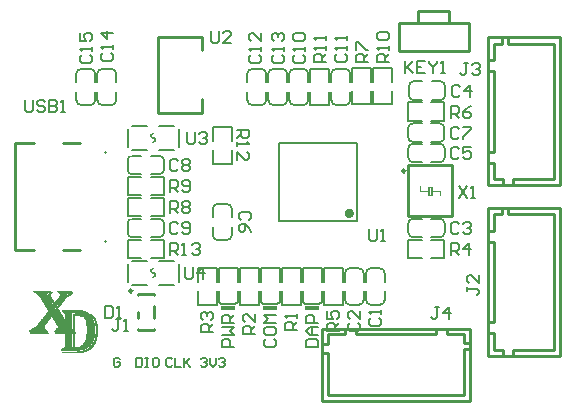
<source format=gto>
G04*
G04 #@! TF.GenerationSoftware,Altium Limited,Altium Designer,21.2.2 (38)*
G04*
G04 Layer_Color=65535*
%FSLAX25Y25*%
%MOIN*%
G70*
G04*
G04 #@! TF.SameCoordinates,90EED6A2-F189-4C83-9C70-3762F5BC3ACE*
G04*
G04*
G04 #@! TF.FilePolarity,Positive*
G04*
G01*
G75*
%ADD10C,0.01000*%
%ADD11C,0.00787*%
%ADD12C,0.00598*%
%ADD13C,0.01575*%
%ADD14C,0.00100*%
%ADD15C,0.00120*%
%ADD16C,0.00600*%
%ADD17C,0.00866*%
%ADD18C,0.00394*%
%ADD19C,0.00800*%
%ADD20R,0.04724X0.01181*%
D10*
X38000Y27500D02*
G03*
X38000Y27500I-500J0D01*
G01*
X129000Y67500D02*
G03*
X129000Y67500I-500J0D01*
G01*
X101316Y14988D02*
X150489D01*
X150528Y-9067D02*
Y14949D01*
X101315Y-9067D02*
Y14949D01*
Y-9067D02*
X150528D01*
X148464Y8300D02*
X150434D01*
X148464Y-7100D02*
Y8300D01*
X103184Y-7100D02*
X148464D01*
X103184D02*
Y6680D01*
X101355Y6681D02*
X103184Y6680D01*
Y13080D02*
X108754D01*
Y14850D01*
X148464Y10300D02*
X150434D01*
X148464D02*
Y13080D01*
X142904D02*
X148464D01*
X129764Y13079D02*
X129935Y13083D01*
X112441D02*
X129935D01*
X112441D02*
Y14854D01*
X142890Y13081D02*
Y14848D01*
X139209Y13079D02*
Y14850D01*
X129935Y13079D02*
X139209D01*
X101316Y9949D02*
X103184Y9950D01*
Y13080D01*
X39744Y26602D02*
X45256D01*
X39744Y14398D02*
X45256D01*
Y26110D02*
Y26602D01*
Y18630D02*
Y22370D01*
Y14398D02*
Y14890D01*
X39744Y26307D02*
Y26602D01*
Y18630D02*
Y20598D01*
Y14398D02*
Y14890D01*
X156512Y5973D02*
Y55146D01*
X156551Y55185D02*
X180567D01*
X156551Y5973D02*
X180567D01*
X180567D02*
Y55185D01*
X163200Y53121D02*
Y55091D01*
Y53121D02*
X178600D01*
Y7841D02*
Y53121D01*
X164820Y7841D02*
X178600D01*
X164819Y6012D02*
X164820Y7841D01*
X158420D02*
Y13411D01*
X156650D02*
X158420D01*
X161200Y53121D02*
Y55091D01*
X158420Y53121D02*
X161200D01*
X158420Y47561D02*
Y53121D01*
X158416Y34592D02*
X158421Y34421D01*
X158416Y17098D02*
Y34592D01*
X156646Y17098D02*
X158416D01*
X156652Y47547D02*
X158419D01*
X156650Y43866D02*
X158421D01*
Y34591D02*
Y43866D01*
X161550Y7841D02*
X161551Y5973D01*
X158420Y7841D02*
X161550D01*
X156512Y62816D02*
Y111989D01*
X156551Y112028D02*
X180567D01*
X156551Y62815D02*
X180567D01*
X180567D02*
Y112028D01*
X163200Y109964D02*
Y111934D01*
Y109964D02*
X178600D01*
Y64684D02*
Y109964D01*
X164820Y64684D02*
X178600D01*
X164819Y62855D02*
X164820Y64684D01*
X158420D02*
Y70254D01*
X156650D02*
X158420D01*
X161200Y109964D02*
Y111934D01*
X158420Y109964D02*
X161200D01*
X158420Y104404D02*
Y109964D01*
X158416Y91435D02*
X158421Y91264D01*
X158416Y73941D02*
Y91435D01*
X156646Y73941D02*
X158416D01*
X156652Y104390D02*
X158419D01*
X156650Y100709D02*
X158421D01*
Y91435D02*
Y100709D01*
X161550Y64684D02*
X161551Y62816D01*
X158420Y64684D02*
X161550D01*
X46421Y112098D02*
X61382D01*
X46421Y86902D02*
X61382D01*
Y91331D01*
Y107669D02*
Y112098D01*
X46421Y86902D02*
Y112098D01*
X143618Y116799D02*
Y120736D01*
X126800Y116799D02*
X150211D01*
X133382D02*
Y120736D01*
X143618D01*
X126800Y107449D02*
Y116799D01*
X150211Y107449D02*
Y116799D01*
X126800Y107449D02*
X150211D01*
X-1029Y41284D02*
Y76717D01*
X5344D01*
X15038D02*
X20698D01*
X-1029Y41284D02*
X5344D01*
X15038D02*
X20698D01*
X29000Y44083D02*
Y44311D01*
Y73690D02*
Y73917D01*
D11*
X64890Y46031D02*
G03*
X66465Y44457I1575J0D01*
G01*
X69535D02*
G03*
X71110Y46031I0J1575D01*
G01*
X71110Y54969D02*
G03*
X69535Y56543I-1575J-0D01*
G01*
X66465Y56543D02*
G03*
X64890Y54969I0J-1575D01*
G01*
X89610Y99968D02*
G03*
X88035Y101543I-1575J-0D01*
G01*
X84965D02*
G03*
X83390Y99968I0J-1575D01*
G01*
X83390Y91031D02*
G03*
X84965Y89457I1575J0D01*
G01*
X88035Y89457D02*
G03*
X89610Y91031I0J1575D01*
G01*
X82610Y99968D02*
G03*
X81035Y101543I-1575J-0D01*
G01*
X77965D02*
G03*
X76390Y99968I0J-1575D01*
G01*
X76390Y91031D02*
G03*
X77965Y89457I1575J0D01*
G01*
X81035Y89457D02*
G03*
X82610Y91031I0J1575D01*
G01*
X32610Y99968D02*
G03*
X31035Y101543I-1575J-0D01*
G01*
X27965D02*
G03*
X26390Y99968I0J-1575D01*
G01*
X26390Y91031D02*
G03*
X27965Y89457I1575J0D01*
G01*
X31035Y89457D02*
G03*
X32610Y91031I0J1575D01*
G01*
X25610Y99968D02*
G03*
X24035Y101543I-1575J-0D01*
G01*
X20965D02*
G03*
X19390Y99968I0J-1575D01*
G01*
X19390Y91031D02*
G03*
X20965Y89457I1575J0D01*
G01*
X24035Y89457D02*
G03*
X25610Y91031I0J1575D01*
G01*
X115110Y33468D02*
G03*
X113535Y35043I-1575J-0D01*
G01*
X110465D02*
G03*
X108890Y33468I0J-1575D01*
G01*
X108890Y24532D02*
G03*
X110465Y22957I1575J0D01*
G01*
X113535Y22957D02*
G03*
X115110Y24532I0J1575D01*
G01*
X38032Y51610D02*
G03*
X36457Y50035I0J-1575D01*
G01*
Y46965D02*
G03*
X38032Y45390I1575J-0D01*
G01*
X46968Y45390D02*
G03*
X48543Y46965I-0J1575D01*
G01*
X48543Y50035D02*
G03*
X46968Y51610I-1575J0D01*
G01*
X38032Y72610D02*
G03*
X36457Y71035I0J-1575D01*
G01*
Y67965D02*
G03*
X38032Y66390I1575J-0D01*
G01*
X46968Y66390D02*
G03*
X48543Y67965I-0J1575D01*
G01*
X48543Y71035D02*
G03*
X46968Y72610I-1575J0D01*
G01*
X96610Y99968D02*
G03*
X95035Y101543I-1575J-0D01*
G01*
X91965D02*
G03*
X90390Y99968I0J-1575D01*
G01*
X90390Y91031D02*
G03*
X91965Y89457I1575J0D01*
G01*
X95035Y89457D02*
G03*
X96610Y91031I0J1575D01*
G01*
X110610Y99968D02*
G03*
X109035Y101543I-1575J-0D01*
G01*
X105965D02*
G03*
X104390Y99968I0J-1575D01*
G01*
X104390Y91031D02*
G03*
X105965Y89457I1575J0D01*
G01*
X109035Y89457D02*
G03*
X110610Y91031I0J1575D01*
G01*
X140469Y77140D02*
G03*
X142043Y78715I-0J1575D01*
G01*
Y81785D02*
G03*
X140469Y83360I-1575J0D01*
G01*
X131532Y83360D02*
G03*
X129957Y81785I0J-1575D01*
G01*
X129957Y78715D02*
G03*
X131532Y77140I1575J0D01*
G01*
X131781Y97360D02*
G03*
X130207Y95785I0J-1575D01*
G01*
Y92715D02*
G03*
X131781Y91140I1575J0D01*
G01*
X140718Y91140D02*
G03*
X142293Y92715I-0J1575D01*
G01*
X142293Y95785D02*
G03*
X140718Y97360I-1575J0D01*
G01*
X140512Y45422D02*
G03*
X142087Y46996I-0J1575D01*
G01*
Y50067D02*
G03*
X140512Y51642I-1575J0D01*
G01*
X131575Y51642D02*
G03*
X130000Y50067I0J-1575D01*
G01*
X130000Y46997D02*
G03*
X131575Y45422I1575J0D01*
G01*
X140512Y70422D02*
G03*
X142087Y71996I-0J1575D01*
G01*
Y75067D02*
G03*
X140512Y76642I-1575J0D01*
G01*
X131575Y76642D02*
G03*
X130000Y75067I0J-1575D01*
G01*
X130000Y71996D02*
G03*
X131575Y70422I1575J0D01*
G01*
X122110Y33468D02*
G03*
X120535Y35043I-1575J-0D01*
G01*
X117465D02*
G03*
X115890Y33468I0J-1575D01*
G01*
X115890Y24532D02*
G03*
X117465Y22957I1575J0D01*
G01*
X120535Y22957D02*
G03*
X122110Y24532I0J1575D01*
G01*
X44075Y38390D02*
X48543D01*
X36457D02*
X40925D01*
X44075Y44610D02*
X48543D01*
X36457Y38390D02*
Y44610D01*
X48543Y38390D02*
Y44610D01*
X36457D02*
X40925D01*
X71110Y46031D02*
Y48925D01*
X71110Y52075D02*
Y54969D01*
X64890Y52075D02*
Y54969D01*
X66465Y44457D02*
X69535D01*
X66465Y56543D02*
X69535D01*
X64890Y46031D02*
Y48925D01*
X83390Y97075D02*
Y99968D01*
X83390Y91031D02*
Y93925D01*
X89610Y91031D02*
Y93925D01*
X84965Y101543D02*
X88035D01*
X84965Y89457D02*
X88035D01*
X89610Y97075D02*
Y99968D01*
X76390Y97075D02*
Y99968D01*
X76390Y91031D02*
Y93925D01*
X82610Y91031D02*
Y93925D01*
X77965Y101543D02*
X81035D01*
X77965Y89457D02*
X81035D01*
X82610Y97075D02*
Y99968D01*
X26390Y97075D02*
Y99968D01*
X26390Y91031D02*
Y93925D01*
X32610Y91031D02*
Y93925D01*
X27965Y101543D02*
X31035D01*
X27965Y89457D02*
X31035D01*
X32610Y97075D02*
Y99968D01*
X19390Y97075D02*
Y99968D01*
X19390Y91031D02*
Y93925D01*
X25610Y91031D02*
Y93925D01*
X20965Y101543D02*
X24035D01*
X20965Y89457D02*
X24035D01*
X25610Y97075D02*
Y99968D01*
X101110Y30575D02*
Y35043D01*
Y23882D02*
Y27425D01*
X94890Y30575D02*
Y35043D01*
X95650Y23095D02*
X100350D01*
X94890Y35043D02*
X101110D01*
X94890Y23882D02*
Y27425D01*
Y23882D02*
X95650Y23095D01*
X100350D02*
X101110Y23882D01*
X87110Y30575D02*
Y35043D01*
Y23882D02*
Y27425D01*
X80890Y30575D02*
Y35043D01*
X81650Y23095D02*
X86350D01*
X80890Y35043D02*
X87110D01*
X80890Y23882D02*
Y27425D01*
Y23882D02*
X81650Y23095D01*
X86350D02*
X87110Y23882D01*
X73110Y30575D02*
Y35043D01*
Y23882D02*
Y27425D01*
X66890Y30575D02*
Y35043D01*
X67650Y23095D02*
X72350D01*
X66890Y35043D02*
X73110D01*
X66890Y23882D02*
Y27425D01*
Y23882D02*
X67650Y23095D01*
X72350D02*
X73110Y23882D01*
X94110Y30575D02*
Y35043D01*
Y22957D02*
Y27425D01*
X87890Y30575D02*
Y35043D01*
Y22957D02*
X94110D01*
X87890Y35043D02*
X94110D01*
X87890Y22957D02*
Y27425D01*
X80110Y30575D02*
Y35043D01*
Y22957D02*
Y27425D01*
X73890Y30575D02*
Y35043D01*
Y22957D02*
X80110D01*
X73890Y35043D02*
X80110D01*
X73890Y22957D02*
Y27425D01*
X59890Y22957D02*
Y27425D01*
Y30575D02*
Y35043D01*
X66110Y22957D02*
Y27425D01*
X59890Y35043D02*
X66110D01*
X59890Y22957D02*
X66110D01*
Y30575D02*
Y35043D01*
X101890Y22957D02*
Y27425D01*
Y30575D02*
Y35043D01*
X108110Y22957D02*
Y27425D01*
X101890Y35043D02*
X108110D01*
X101890Y22957D02*
X108110D01*
Y30575D02*
Y35043D01*
X108890Y30575D02*
Y33468D01*
X108890Y24532D02*
Y27425D01*
X115110Y24532D02*
Y27425D01*
X110465Y35043D02*
X113535D01*
X110465Y22957D02*
X113535D01*
X115110Y30575D02*
Y33468D01*
X38032Y45390D02*
X40925D01*
X44075Y45390D02*
X46968D01*
X44075Y51610D02*
X46968D01*
X36457Y46965D02*
Y50035D01*
X48543Y46965D02*
Y50035D01*
X38032Y51610D02*
X40925D01*
X38032Y66390D02*
X40925D01*
X44075Y66390D02*
X46968D01*
X44075Y72610D02*
X46968D01*
X36457Y67965D02*
Y71035D01*
X48543Y67965D02*
Y71035D01*
X38032Y72610D02*
X40925D01*
X36457Y65610D02*
X40925D01*
X44075D02*
X48543D01*
X36457Y59390D02*
X40925D01*
X48543D02*
Y65610D01*
X36457Y59390D02*
Y65610D01*
X44075Y59390D02*
X48543D01*
X36457Y58610D02*
X40925D01*
X44075D02*
X48543D01*
X36457Y52390D02*
X40925D01*
X48543D02*
Y58610D01*
X36457Y52390D02*
Y58610D01*
X44075Y52390D02*
X48543D01*
X64890Y69957D02*
Y74425D01*
Y77575D02*
Y82043D01*
X71110Y69957D02*
Y74425D01*
X64890Y82043D02*
X71110D01*
X64890Y69957D02*
X71110D01*
Y77575D02*
Y82043D01*
X90390Y97075D02*
Y99968D01*
X90390Y91031D02*
Y93925D01*
X96610Y91031D02*
Y93925D01*
X91965Y101543D02*
X95035D01*
X91965Y89457D02*
X95035D01*
X96610Y97075D02*
Y99968D01*
X103610Y97075D02*
Y101543D01*
Y89457D02*
Y93925D01*
X97390Y97075D02*
Y101543D01*
Y89457D02*
X103610D01*
X97390Y101543D02*
X103610D01*
X97390Y89457D02*
Y93925D01*
X104390Y97075D02*
Y99968D01*
X104390Y91031D02*
Y93925D01*
X110610Y91031D02*
Y93925D01*
X105965Y101543D02*
X109035D01*
X105965Y89457D02*
X109035D01*
X110610Y97075D02*
Y99968D01*
X117610Y97325D02*
Y101793D01*
Y89707D02*
Y94175D01*
X111390Y97325D02*
Y101793D01*
Y89707D02*
X117610D01*
X111390Y101793D02*
X117610D01*
X111390Y89707D02*
Y94175D01*
X118390Y89707D02*
Y94175D01*
Y97325D02*
Y101793D01*
X124610Y89707D02*
Y94175D01*
X118390Y101793D02*
X124610D01*
X118390Y89707D02*
X124610D01*
Y97325D02*
Y101793D01*
X137575Y84140D02*
X142043D01*
X129957D02*
X134425D01*
X137575Y90360D02*
X142043D01*
X129957Y84140D02*
Y90360D01*
X142043Y84140D02*
Y90360D01*
X129957D02*
X134425D01*
X137575Y83360D02*
X140469D01*
X131532Y83360D02*
X134425D01*
X131532Y77140D02*
X134425D01*
X142043Y78715D02*
Y81785D01*
X129957Y78715D02*
Y81785D01*
X137575Y77140D02*
X140469D01*
X131781Y91140D02*
X134675D01*
X137825Y91140D02*
X140718D01*
X137825Y97360D02*
X140718D01*
X130207Y92715D02*
Y95785D01*
X142293Y92715D02*
Y95785D01*
X131781Y97360D02*
X134675D01*
X137618Y51642D02*
X140512D01*
X131575Y51642D02*
X134468D01*
X131575Y45422D02*
X134468D01*
X142087Y46997D02*
Y50067D01*
X130000Y46997D02*
Y50067D01*
X137618Y45422D02*
X140512D01*
X137618Y76642D02*
X140512D01*
X131575Y76642D02*
X134468D01*
X131575Y70422D02*
X134468D01*
X142087Y71996D02*
Y75067D01*
X130000Y71996D02*
Y75067D01*
X137618Y70422D02*
X140512D01*
X129957Y44610D02*
X134425D01*
X137575D02*
X142043D01*
X129957Y38390D02*
X134425D01*
X142043D02*
Y44610D01*
X129957Y38390D02*
Y44610D01*
X137575Y38390D02*
X142043D01*
X115890Y30575D02*
Y33468D01*
X115890Y24532D02*
Y27425D01*
X122110Y24532D02*
Y27425D01*
X117465Y35043D02*
X120535D01*
X117465Y22957D02*
X120535D01*
X122110Y30575D02*
Y33468D01*
X86866Y52368D02*
Y76768D01*
X113066D01*
Y50668D02*
Y76768D01*
X86866Y50668D02*
X113066D01*
X86866D02*
Y53668D01*
D12*
X45000Y32000D02*
G03*
X45000Y33500I0J750D01*
G01*
Y35000D02*
G03*
X45000Y33500I0J-750D01*
G01*
Y77000D02*
G03*
X45000Y78500I0J750D01*
G01*
Y80000D02*
G03*
X45000Y78500I0J-750D01*
G01*
X36500Y30500D02*
Y36500D01*
X53500Y30500D02*
Y36500D01*
X36500Y75500D02*
Y81500D01*
X53500Y75500D02*
Y81500D01*
D13*
X109583Y53370D02*
G03*
X109583Y53380I787J5D01*
G01*
D14*
X22624Y12095D02*
X25024D01*
X25624D02*
X26024D01*
X22624Y11995D02*
X25024D01*
X25624D02*
X26024D01*
X22524Y11895D02*
X25024D01*
X25524D02*
X25924D01*
X22524Y11795D02*
X24924D01*
X25524D02*
X25924D01*
X22524Y11695D02*
X24924D01*
X25524D02*
X25924D01*
X22424Y11595D02*
X24924D01*
X25524D02*
X25924D01*
X22424Y11495D02*
X24824D01*
X25424D02*
X25824D01*
X22424Y11395D02*
X24824D01*
X25424D02*
X25824D01*
X22324Y11295D02*
X24824D01*
X25424D02*
X25824D01*
X22324Y11195D02*
X24724D01*
X25324D02*
X25724D01*
X22324Y11095D02*
X24724D01*
X25324D02*
X25724D01*
X22224Y10995D02*
X24624D01*
X25224D02*
X25724D01*
X22224Y10895D02*
X24624D01*
X25224D02*
X25624D01*
X25224Y10795D02*
X25624D01*
X25124Y10695D02*
X25624D01*
X25124Y10595D02*
X25524D01*
X25024Y10495D02*
X25524D01*
X25024Y10395D02*
X25424D01*
X24924Y10295D02*
X25424D01*
X24924Y10195D02*
X25324D01*
X24824Y10095D02*
X25324D01*
X24724Y9995D02*
X25224D01*
X24724Y9895D02*
X25224D01*
X24624Y9795D02*
X25124D01*
X24524Y9695D02*
X25124D01*
X24524Y9595D02*
X25024D01*
X24424Y9495D02*
X24924D01*
X24324Y9395D02*
X24924D01*
X24224Y9295D02*
X24824D01*
X24124Y9195D02*
X24724D01*
X24024Y9095D02*
X24624D01*
X23924Y8995D02*
X24524D01*
X23824Y8895D02*
X24424D01*
X23724Y8795D02*
X24324D01*
X23624Y8695D02*
X24224D01*
X23524Y8595D02*
X24224D01*
X23324Y8495D02*
X24124D01*
X23224Y8395D02*
X23924D01*
X23024Y8295D02*
X23824D01*
X22824Y8195D02*
X23724D01*
X22624Y8095D02*
X23524D01*
X22424Y7995D02*
X23424D01*
X22224Y7895D02*
X23224D01*
X23924Y19895D02*
X24124D01*
X23924Y19795D02*
X24224D01*
X24024Y19695D02*
X24324D01*
X24124Y19595D02*
X24424D01*
X24224Y19495D02*
X24624D01*
X24324Y19395D02*
X24724D01*
X24424Y19295D02*
X24824D01*
X24524Y19195D02*
X24924D01*
X24524Y19095D02*
X24924D01*
X24624Y18995D02*
X25024D01*
X24724Y18895D02*
X25124D01*
X24824Y18795D02*
X25224D01*
X24824Y18695D02*
X25224D01*
X24924Y18595D02*
X25324D01*
X25024Y18495D02*
X25424D01*
X25024Y18395D02*
X25424D01*
X22224Y18295D02*
X24624D01*
X25124D02*
X25524D01*
X22224Y18195D02*
X24624D01*
X25124D02*
X25524D01*
X22324Y18095D02*
X24724D01*
X25224D02*
X25624D01*
X22324Y17995D02*
X24724D01*
X25224D02*
X25624D01*
X22424Y17895D02*
X24724D01*
X25324D02*
X25624D01*
X22424Y17795D02*
X24824D01*
X25324D02*
X25724D01*
X22424Y17695D02*
X24824D01*
X25324D02*
X25724D01*
X22524Y17595D02*
X24924D01*
X25424D02*
X25824D01*
X22524Y17495D02*
X24924D01*
X25424D02*
X25824D01*
X22524Y17395D02*
X24924D01*
X25524D02*
X25824D01*
X22624Y17295D02*
X25024D01*
X25524D02*
X25924D01*
X22624Y17195D02*
X25024D01*
X25524D02*
X25924D01*
X22624Y17095D02*
X25024D01*
X25524D02*
X25924D01*
X22624Y16995D02*
X25024D01*
X25624D02*
X26024D01*
X22724Y16895D02*
X25124D01*
X25624D02*
X26024D01*
X22724Y16795D02*
X25124D01*
X25624D02*
X26024D01*
X22724Y16695D02*
X25124D01*
X25624D02*
X26024D01*
X22724Y16595D02*
X25124D01*
X25724D02*
X26024D01*
X22724Y16495D02*
X25124D01*
X25724D02*
X26024D01*
X22724Y16395D02*
X25124D01*
X25724D02*
X26124D01*
X22724Y16295D02*
X25224D01*
X25724D02*
X26124D01*
X22824Y16195D02*
X25224D01*
X25724D02*
X26124D01*
X22824Y16095D02*
X25224D01*
X25724D02*
X26124D01*
X22824Y15995D02*
X25224D01*
X25824D02*
X26124D01*
X22824Y15895D02*
X25224D01*
X25824D02*
X26124D01*
X22824Y15795D02*
X25224D01*
X25824D02*
X26124D01*
X22824Y15695D02*
X25224D01*
X25824D02*
X26224D01*
X22824Y15595D02*
X25224D01*
X25824D02*
X26224D01*
X22824Y15495D02*
X25324D01*
X25824D02*
X26224D01*
X22824Y15395D02*
X25324D01*
X25824D02*
X26224D01*
X22824Y15295D02*
X25324D01*
X25824D02*
X26224D01*
X22824Y15195D02*
X25324D01*
X25824D02*
X26224D01*
X22824Y15095D02*
X25324D01*
X25824D02*
X26224D01*
X22824Y14995D02*
X25324D01*
X25824D02*
X26224D01*
X22824Y14895D02*
X25324D01*
X25824D02*
X26224D01*
X22824Y14795D02*
X25324D01*
X25824D02*
X26224D01*
X22824Y14695D02*
X25324D01*
X25824D02*
X26224D01*
X22824Y14595D02*
X25324D01*
X25824D02*
X26224D01*
X22824Y14495D02*
X25324D01*
X25824D02*
X26224D01*
X22824Y14395D02*
X25324D01*
X25824D02*
X26224D01*
X22824Y14295D02*
X25324D01*
X25824D02*
X26224D01*
X22824Y14195D02*
X25324D01*
X25824D02*
X26224D01*
X22824Y14095D02*
X25324D01*
X25824D02*
X26224D01*
X22824Y13995D02*
X25324D01*
X25824D02*
X26224D01*
X22824Y13895D02*
X25324D01*
X25824D02*
X26224D01*
X22824Y13795D02*
X25224D01*
X25824D02*
X26224D01*
X22824Y13695D02*
X25224D01*
X25824D02*
X26224D01*
X22824Y13595D02*
X25224D01*
X25824D02*
X26224D01*
X22824Y13495D02*
X25224D01*
X25824D02*
X26224D01*
X22824Y13395D02*
X25224D01*
X25824D02*
X26224D01*
X22824Y13295D02*
X25224D01*
X25824D02*
X26124D01*
X22824Y13195D02*
X25224D01*
X25824D02*
X26124D01*
X22724Y13095D02*
X25224D01*
X25824D02*
X26124D01*
X22724Y12995D02*
X25224D01*
X25724D02*
X26124D01*
X22724Y12895D02*
X25124D01*
X25724D02*
X26124D01*
X22724Y12795D02*
X25124D01*
X25724D02*
X26124D01*
X22724Y12695D02*
X25124D01*
X25724D02*
X26124D01*
X22724Y12595D02*
X25124D01*
X25724D02*
X26124D01*
X22724Y12495D02*
X25124D01*
X25724D02*
X26024D01*
X22724Y12395D02*
X25124D01*
X25624D02*
X26024D01*
X22624Y12295D02*
X25124D01*
X25624D02*
X26024D01*
X15624Y12095D02*
X17724D01*
X18224D02*
X18524D01*
X15624Y11995D02*
X17724D01*
X18224D02*
X18524D01*
X15624Y11895D02*
X17724D01*
X18224D02*
X18524D01*
X15624Y11795D02*
X17724D01*
X18224D02*
X18524D01*
X15624Y11695D02*
X17724D01*
X18224D02*
X18524D01*
X15624Y11595D02*
X17724D01*
X18224D02*
X18524D01*
X15624Y11495D02*
X17724D01*
X18224D02*
X18524D01*
X15624Y11395D02*
X17724D01*
X18224D02*
X18524D01*
X15624Y11295D02*
X17724D01*
X18224D02*
X18524D01*
X15624Y11195D02*
X17724D01*
X18224D02*
X18524D01*
X15624Y11095D02*
X17724D01*
X18224D02*
X18524D01*
X15624Y10995D02*
X17724D01*
X18224D02*
X18524D01*
X15624Y10895D02*
X17724D01*
X18224D02*
X18524D01*
X15624Y10795D02*
X17724D01*
X18224D02*
X18524D01*
X15624Y10695D02*
X17724D01*
X18224D02*
X18524D01*
X15624Y10595D02*
X17724D01*
X18224D02*
X18524D01*
X15624Y10495D02*
X17724D01*
X18224D02*
X18524D01*
X15624Y10395D02*
X17724D01*
X18224D02*
X18524D01*
X15624Y10295D02*
X17724D01*
X18224D02*
X18524D01*
X15624Y10195D02*
X17724D01*
X18224D02*
X18524D01*
X15624Y10095D02*
X17724D01*
X18224D02*
X18524D01*
X15624Y9995D02*
X17724D01*
X18224D02*
X18524D01*
X15624Y9895D02*
X17724D01*
X18224D02*
X18524D01*
X15624Y9795D02*
X17724D01*
X18224D02*
X18524D01*
X15624Y9695D02*
X17724D01*
X18224D02*
X18524D01*
X15624Y9595D02*
X17724D01*
X18224D02*
X18524D01*
X15624Y9495D02*
X17724D01*
X18224D02*
X18524D01*
X15624Y9395D02*
X17724D01*
X18224D02*
X18524D01*
X15624Y9295D02*
X17724D01*
X18224D02*
X18524D01*
X15624Y9195D02*
X17724D01*
X18224D02*
X18524D01*
X15624Y9095D02*
X17724D01*
X18224D02*
X18524D01*
X15524Y8995D02*
X17724D01*
X18224D02*
X18524D01*
X15424Y8895D02*
X17724D01*
X18224D02*
X18524D01*
X15324Y8795D02*
X17724D01*
X18224D02*
X18524D01*
X14624Y8295D02*
X21924D01*
X14524Y8195D02*
X21724D01*
X14324Y8095D02*
X21424D01*
X14224Y7995D02*
X20924D01*
X19724Y7395D02*
X22024D01*
X14624Y7295D02*
X21624D01*
X14624Y7195D02*
X21224D01*
X14724Y7095D02*
X20724D01*
X14824Y6995D02*
X19524D01*
X15424Y20095D02*
X17724D01*
X15524Y19995D02*
X17724D01*
X15624Y19895D02*
X17724D01*
X15624Y19795D02*
X17724D01*
X18724D02*
X19924D01*
X15624Y19695D02*
X17724D01*
X18224D02*
X20424D01*
X15624Y19595D02*
X17724D01*
X18224D02*
X20724D01*
X15624Y19495D02*
X17724D01*
X18224D02*
X21024D01*
X15624Y19395D02*
X17724D01*
X18224D02*
X18624D01*
X19924D02*
X21124D01*
X15624Y19295D02*
X17724D01*
X18224D02*
X18524D01*
X20424D02*
X21324D01*
X15624Y19195D02*
X17724D01*
X18224D02*
X18524D01*
X20824D02*
X21424D01*
X15624Y19095D02*
X17724D01*
X18224D02*
X18524D01*
X21024D02*
X21524D01*
X15624Y18995D02*
X17724D01*
X18224D02*
X18524D01*
X21324D02*
X21624D01*
X14224Y18895D02*
X14724D01*
X15624D02*
X17724D01*
X18224D02*
X18524D01*
X14324Y18795D02*
X14824D01*
X15624D02*
X17724D01*
X18224D02*
X18524D01*
X14324Y18695D02*
X14824D01*
X15624D02*
X17724D01*
X18224D02*
X18524D01*
X14424Y18595D02*
X14924D01*
X15624D02*
X17724D01*
X18224D02*
X18524D01*
X14524Y18495D02*
X15024D01*
X15624D02*
X17724D01*
X18224D02*
X18524D01*
X14524Y18395D02*
X15024D01*
X15624D02*
X17724D01*
X18224D02*
X18524D01*
X14624Y18295D02*
X15124D01*
X15624D02*
X17724D01*
X18224D02*
X18524D01*
X14624Y18195D02*
X15124D01*
X15624D02*
X17724D01*
X18224D02*
X18524D01*
X14724Y18095D02*
X15224D01*
X15624D02*
X17724D01*
X18224D02*
X18524D01*
X14824Y17995D02*
X15324D01*
X15624D02*
X17724D01*
X18224D02*
X18524D01*
X14824Y17895D02*
X15324D01*
X15624D02*
X17724D01*
X18224D02*
X18524D01*
X14924Y17795D02*
X15424D01*
X15624D02*
X17724D01*
X18224D02*
X18524D01*
X14924Y17695D02*
X15524D01*
X15624D02*
X17724D01*
X18224D02*
X18524D01*
X15024Y17595D02*
X15524D01*
X15624D02*
X17724D01*
X18224D02*
X18524D01*
X15124Y17495D02*
X15524D01*
X15624D02*
X17724D01*
X18224D02*
X18524D01*
X15124Y17395D02*
X17724D01*
X18224D02*
X18524D01*
X15224Y17295D02*
X17724D01*
X18224D02*
X18524D01*
X15324Y17195D02*
X17724D01*
X18224D02*
X18524D01*
X15324Y17095D02*
X17724D01*
X18224D02*
X18524D01*
X15424Y16995D02*
X17724D01*
X18224D02*
X18524D01*
X15424Y16895D02*
X17724D01*
X18224D02*
X18524D01*
X15524Y16795D02*
X17724D01*
X18224D02*
X18524D01*
X15524Y16695D02*
X17724D01*
X18224D02*
X18524D01*
X15624Y16595D02*
X17724D01*
X18224D02*
X18524D01*
X15624Y16495D02*
X17724D01*
X18224D02*
X18524D01*
X15624Y16395D02*
X17724D01*
X18224D02*
X18524D01*
X15624Y16295D02*
X17724D01*
X18224D02*
X18524D01*
X15624Y16195D02*
X17724D01*
X18224D02*
X18524D01*
X15624Y16095D02*
X17724D01*
X18224D02*
X18524D01*
X15624Y15995D02*
X17724D01*
X18224D02*
X18524D01*
X18224Y15895D02*
X18524D01*
X18224Y15795D02*
X18524D01*
X18224Y15695D02*
X18524D01*
X18224Y15595D02*
X18524D01*
X18224Y15495D02*
X18524D01*
X18224Y15395D02*
X18524D01*
X18224Y15295D02*
X18524D01*
X18224Y15195D02*
X18524D01*
X18224Y15095D02*
X18524D01*
X18224Y14995D02*
X18524D01*
X18224Y14895D02*
X18524D01*
X18224Y14795D02*
X18524D01*
X18224Y14695D02*
X18524D01*
X18224Y14595D02*
X18524D01*
X18224Y14495D02*
X18524D01*
X18224Y14395D02*
X18524D01*
X15624Y14195D02*
X18524D01*
X15624Y14095D02*
X17724D01*
X17824D02*
X18524D01*
X15624Y13995D02*
X17724D01*
X17924D02*
X18524D01*
X15624Y13895D02*
X17724D01*
X18024D02*
X18624D01*
X15624Y13795D02*
X17724D01*
X18124D02*
X18724D01*
X15624Y13295D02*
X17724D01*
X18224D02*
X18524D01*
X15624Y13195D02*
X17724D01*
X18224D02*
X18524D01*
X15624Y13095D02*
X17724D01*
X18224D02*
X18524D01*
X15624Y12995D02*
X17724D01*
X18224D02*
X18524D01*
X15624Y12895D02*
X17724D01*
X18224D02*
X18524D01*
X15624Y12795D02*
X17724D01*
X18224D02*
X18524D01*
X15624Y12695D02*
X17724D01*
X18224D02*
X18524D01*
X15624Y12595D02*
X17724D01*
X18224D02*
X18524D01*
X15624Y12495D02*
X17724D01*
X18224D02*
X18524D01*
X15624Y12395D02*
X17724D01*
X18224D02*
X18524D01*
X15624Y12295D02*
X17724D01*
X18224D02*
X18524D01*
X17624Y27095D02*
X17724D01*
X17524Y26995D02*
X17824D01*
X17324Y26895D02*
X17924D01*
X17124Y26795D02*
X17924D01*
X16924Y26695D02*
X17724D01*
X16824Y26595D02*
X17524D01*
X16624Y26495D02*
X17424D01*
X16524Y26395D02*
X17224D01*
X16324Y26295D02*
X17124D01*
X16124Y26195D02*
X16924D01*
X15924Y26095D02*
X16724D01*
X15824Y25995D02*
X16524D01*
X15624Y25895D02*
X16424D01*
X15524Y25795D02*
X16224D01*
X15424Y25695D02*
X16024D01*
X15424Y25595D02*
X15924D01*
X15324Y25495D02*
X15824D01*
X15224Y25395D02*
X15724D01*
X15124Y25295D02*
X15624D01*
X15024Y25195D02*
X15524D01*
X15024Y25095D02*
X15524D01*
X14924Y24995D02*
X15424D01*
X14824Y24895D02*
X15324D01*
X14724Y24795D02*
X15224D01*
X14724Y24695D02*
X15224D01*
X14624Y24595D02*
X15124D01*
X14524Y24495D02*
X15024D01*
X14424Y24395D02*
X14924D01*
X14424Y24295D02*
X14924D01*
X14324Y24195D02*
X14824D01*
X14224Y24095D02*
X14724D01*
X14424Y21195D02*
X20324D01*
X14524Y21095D02*
X20824D01*
X14624Y20995D02*
X21324D01*
X14724Y20895D02*
X21724D01*
X14824Y20795D02*
X21924D01*
X15324Y20295D02*
X17724D01*
X9424Y20095D02*
X13024D01*
X13524D02*
X14024D01*
X9324Y19995D02*
X13124D01*
X13624D02*
X14024D01*
X9224Y19895D02*
X10524D01*
X10724D02*
X13124D01*
X9224Y19795D02*
X10424D01*
X10724D02*
X13224D01*
X9124Y19695D02*
X10324D01*
X10824D02*
X13224D01*
X9024Y19595D02*
X10324D01*
X10724D02*
X13324D01*
X8924Y19495D02*
X10224D01*
X10624D02*
X13424D01*
X8824Y19395D02*
X10124D01*
X10624D02*
X13424D01*
X8824Y19295D02*
X10024D01*
X10524D02*
X13524D01*
X8724Y19195D02*
X9924D01*
X10424D02*
X10924D01*
X11124D02*
X13624D01*
X8624Y19095D02*
X9924D01*
X10424D02*
X10924D01*
X11224D02*
X13624D01*
X8524Y18995D02*
X9824D01*
X10324D02*
X10824D01*
X11224D02*
X13724D01*
X8524Y18895D02*
X9724D01*
X10224D02*
X10724D01*
X11324D02*
X13724D01*
X8424Y18795D02*
X9624D01*
X10124D02*
X10624D01*
X11324D02*
X13824D01*
X8324Y18695D02*
X9624D01*
X10024D02*
X10624D01*
X11424D02*
X13924D01*
X8224Y18595D02*
X9524D01*
X9924D02*
X10524D01*
X11524D02*
X13924D01*
X8124Y18495D02*
X9424D01*
X9924D02*
X10424D01*
X11524D02*
X14024D01*
X8124Y18395D02*
X9324D01*
X9824D02*
X10324D01*
X8024Y18295D02*
X9224D01*
X9724D02*
X10224D01*
X7924Y18195D02*
X9124D01*
X9724D02*
X10224D01*
X7824Y18095D02*
X9124D01*
X9624D02*
X10124D01*
X7724Y17995D02*
X9024D01*
X9524D02*
X10024D01*
X7624Y17895D02*
X8924D01*
X9424D02*
X9924D01*
X7624Y17795D02*
X8824D01*
X9424D02*
X9924D01*
X7524Y17695D02*
X8824D01*
X9324D02*
X9824D01*
X7424Y17595D02*
X8724D01*
X9224D02*
X9724D01*
X7324Y17495D02*
X8624D01*
X9124D02*
X9624D01*
X7324Y17395D02*
X8524D01*
X9024D02*
X9624D01*
X7224Y17295D02*
X8424D01*
X9024D02*
X9524D01*
X7124Y17195D02*
X8424D01*
X8924D02*
X9424D01*
X7024Y17095D02*
X8324D01*
X8824D02*
X9324D01*
X6924Y16995D02*
X8224D01*
X8724D02*
X9224D01*
X6924Y16895D02*
X8124D01*
X8624D02*
X9224D01*
X6824Y16795D02*
X8124D01*
X8624D02*
X9124D01*
X6724Y16695D02*
X8024D01*
X8524D02*
X9024D01*
X6624Y16595D02*
X7924D01*
X8424D02*
X8924D01*
X6624Y16495D02*
X7824D01*
X8324D02*
X8824D01*
X6524Y16395D02*
X7724D01*
X8324D02*
X8824D01*
X6424Y16295D02*
X7724D01*
X8224D02*
X8724D01*
X6324Y16195D02*
X7624D01*
X8124D02*
X8624D01*
X6224Y16095D02*
X7524D01*
X8024D02*
X8524D01*
X6224Y15995D02*
X7424D01*
X8024D02*
X8524D01*
X7924Y15895D02*
X8424D01*
X7824Y15795D02*
X8324D01*
X7724Y15695D02*
X8224D01*
X7724Y15595D02*
X8224D01*
X7824Y15495D02*
X8324D01*
X7924Y15395D02*
X8424D01*
X7924Y15295D02*
X8524D01*
X8024Y15195D02*
X8524D01*
X8124Y15095D02*
X8624D01*
X8224Y14995D02*
X8724D01*
X8224Y14895D02*
X8824D01*
X8324Y14795D02*
X8824D01*
X8424Y14695D02*
X8924D01*
X8524Y14595D02*
X9024D01*
X8524Y14495D02*
X9124D01*
X8624Y14395D02*
X9124D01*
X8724Y14295D02*
X9224D01*
X8824Y14195D02*
X9324D01*
X8924Y14095D02*
X9424D01*
X8924Y13995D02*
X9524D01*
X9024Y13895D02*
X9524D01*
X9124Y13795D02*
X9624D01*
X10824Y27295D02*
X11124D01*
X10724Y27195D02*
X11224D01*
X10624Y27095D02*
X11224D01*
X10524Y26995D02*
X11124D01*
X10424Y26895D02*
X11024D01*
X10324Y26795D02*
X10924D01*
X6224Y26695D02*
X9424D01*
X10224D02*
X10724D01*
X6324Y26595D02*
X9324D01*
X10124D02*
X10624D01*
X6424Y26495D02*
X9224D01*
X10024D02*
X10524D01*
X6624Y26395D02*
X9224D01*
X9924D02*
X10424D01*
X6724Y26295D02*
X9224D01*
X9824D02*
X10324D01*
X6824Y26195D02*
X9324D01*
X9824D02*
X10324D01*
X6924Y26095D02*
X9424D01*
X9824D02*
X10324D01*
X7024Y25995D02*
X9424D01*
X9924D02*
X10424D01*
X7024Y25895D02*
X9524D01*
X9924D02*
X10524D01*
X7124Y25795D02*
X9524D01*
X10024D02*
X10524D01*
X7224Y25695D02*
X9624D01*
X10124D02*
X10624D01*
X7224Y25595D02*
X9624D01*
X10124D02*
X10624D01*
X7324Y25495D02*
X9724D01*
X10224D02*
X10724D01*
X7324Y25395D02*
X9824D01*
X10324D02*
X10824D01*
X7424Y25295D02*
X9824D01*
X10324D02*
X10824D01*
X7524Y25195D02*
X9924D01*
X10424D02*
X10924D01*
X7524Y25095D02*
X10024D01*
X10424D02*
X10924D01*
X7624Y24995D02*
X10024D01*
X10524D02*
X11024D01*
X7624Y24895D02*
X10124D01*
X10624D02*
X11024D01*
X7724Y24795D02*
X10124D01*
X10624D02*
X11124D01*
X7824Y24695D02*
X10224D01*
X10724D02*
X11224D01*
X7824Y24595D02*
X10324D01*
X10824D02*
X11224D01*
X7924Y24495D02*
X10324D01*
X10824D02*
X11324D01*
X12724D02*
X14024D01*
X8024Y24395D02*
X10424D01*
X10924D02*
X11424D01*
X12724D02*
X13924D01*
X8024Y24295D02*
X10524D01*
X10924D02*
X11424D01*
X12624D02*
X13824D01*
X8124Y24195D02*
X10524D01*
X11024D02*
X11524D01*
X12524D02*
X13724D01*
X8124Y24095D02*
X10624D01*
X11124D02*
X11524D01*
X12424D02*
X13724D01*
X8224Y23995D02*
X10624D01*
X11124D02*
X11624D01*
X12324D02*
X13624D01*
X8324Y23895D02*
X10724D01*
X11224D02*
X11724D01*
X12324D02*
X13524D01*
X8324Y23795D02*
X10824D01*
X11324D02*
X11724D01*
X12224D02*
X13424D01*
X8424Y23695D02*
X10824D01*
X11324D02*
X11824D01*
X12124D02*
X13324D01*
X8424Y23595D02*
X10924D01*
X11424D02*
X11824D01*
X12024D02*
X13324D01*
X8524Y23495D02*
X10924D01*
X11424D02*
X13224D01*
X8624Y23395D02*
X11024D01*
X11524D02*
X13124D01*
X8624Y23295D02*
X11124D01*
X11624D02*
X13024D01*
X8724Y23195D02*
X11124D01*
X11624D02*
X12924D01*
X13524D02*
X14024D01*
X8724Y23095D02*
X11224D01*
X11624D02*
X12924D01*
X13424D02*
X13924D01*
X8824Y22995D02*
X11324D01*
X11624D02*
X12824D01*
X13324D02*
X13824D01*
X8924Y22895D02*
X11324D01*
X11524D02*
X12724D01*
X13324D02*
X13824D01*
X8924Y22795D02*
X12624D01*
X13224D02*
X13724D01*
X9024Y22695D02*
X12624D01*
X13124D02*
X13624D01*
X9024Y22595D02*
X12524D01*
X13024D02*
X13524D01*
X9124Y22495D02*
X12424D01*
X13024D02*
X13524D01*
X9224Y22395D02*
X12324D01*
X12924D02*
X13424D01*
X9224Y22295D02*
X12324D01*
X12824D02*
X13324D01*
X9324Y22195D02*
X12224D01*
X12724D02*
X13224D01*
X9424Y22095D02*
X12124D01*
X12724D02*
X13224D01*
X9424Y21995D02*
X12024D01*
X12624D02*
X13124D01*
X9524Y21895D02*
X11924D01*
X12524D02*
X13024D01*
X9524Y21795D02*
X12024D01*
X12524D02*
X13024D01*
X9624Y21695D02*
X12024D01*
X12524D02*
X13024D01*
X9724Y21595D02*
X12124D01*
X12624D02*
X13124D01*
X9724Y21495D02*
X12224D01*
X12724D02*
X13124D01*
X9824Y21395D02*
X12224D01*
X12724D02*
X13224D01*
X9824Y21295D02*
X12324D01*
X12724D02*
X13324D01*
X9924Y21195D02*
X12324D01*
X12824D02*
X13324D01*
X10024Y21095D02*
X12424D01*
X12924D02*
X13424D01*
X10024Y20995D02*
X12524D01*
X12924D02*
X13424D01*
X10024Y20895D02*
X12524D01*
X13024D02*
X13524D01*
X9924Y20795D02*
X12624D01*
X13124D02*
X13624D01*
X9924Y20695D02*
X12724D01*
X13124D02*
X13624D01*
X9824Y20595D02*
X12724D01*
X13224D02*
X13724D01*
X9724Y20495D02*
X12824D01*
X13224D02*
X13724D01*
X9624Y20395D02*
X12824D01*
X13324D02*
X13824D01*
X9524Y20295D02*
X12924D01*
X13424D02*
X13924D01*
X22624Y12195D02*
X25024D01*
X25624D02*
X26024D01*
X15624D02*
X17724D01*
X18224D02*
X18524D01*
X15424Y20195D02*
X17724D01*
X9524D02*
X12924D01*
X13424D02*
X13924D01*
X22124Y10795D02*
X24624D01*
X22124Y10695D02*
X24524D01*
X22024Y10595D02*
X24524D01*
X22024Y10495D02*
X24424D01*
X21924Y10395D02*
X24324D01*
X21824Y10295D02*
X24324D01*
X21824Y10195D02*
X24224D01*
X21724Y10095D02*
X24224D01*
X21724Y9995D02*
X24124D01*
X21624Y9895D02*
X24024D01*
X21524Y9795D02*
X23924D01*
X21424Y9695D02*
X23924D01*
X21324Y9595D02*
X23824D01*
X21224Y9495D02*
X23724D01*
X21024Y9395D02*
X23624D01*
X20924Y9295D02*
X23524D01*
X20824Y9195D02*
X23424D01*
X20624Y9095D02*
X23324D01*
X20424Y8995D02*
X23224D01*
X20124Y8895D02*
X23024D01*
X19624Y8795D02*
X22924D01*
X15124Y8695D02*
X22724D01*
X15024Y8595D02*
X22624D01*
X14924Y8495D02*
X22424D01*
X14724Y8395D02*
X22224D01*
X14124Y7895D02*
X20224D01*
X21924Y7795D02*
X23024D01*
X21624Y7695D02*
X22824D01*
X21124Y7595D02*
X22624D01*
X20624Y7495D02*
X22324D01*
X20024Y20095D02*
X23224D01*
X20324Y19995D02*
X23324D01*
X13624Y19895D02*
X14124D01*
X20624D02*
X23424D01*
X13724Y19795D02*
X14224D01*
X20824D02*
X23524D01*
X13724Y19695D02*
X14224D01*
X21024D02*
X23624D01*
X13824Y19595D02*
X14324D01*
X21124D02*
X23724D01*
X13924Y19495D02*
X14424D01*
X21324D02*
X23824D01*
X13924Y19395D02*
X14424D01*
X21424D02*
X23924D01*
X14024Y19295D02*
X14524D01*
X21524D02*
X24024D01*
X14024Y19195D02*
X14524D01*
X21624D02*
X24024D01*
X14124Y19095D02*
X14624D01*
X21724D02*
X24124D01*
X14124Y18995D02*
X14624D01*
X21824D02*
X24224D01*
X21824Y18895D02*
X24224D01*
X21924Y18795D02*
X24324D01*
X22024Y18695D02*
X24424D01*
X22024Y18595D02*
X24424D01*
X22124Y18495D02*
X24524D01*
X11624Y18395D02*
X14124D01*
X22124D02*
X24524D01*
X11724Y18295D02*
X14124D01*
X11724Y18195D02*
X14224D01*
X11724Y18095D02*
X14224D01*
X11824Y17995D02*
X14324D01*
X11924Y17895D02*
X14324D01*
X11924Y17795D02*
X14424D01*
X12024Y17695D02*
X14524D01*
X12124Y17595D02*
X14524D01*
X12124Y17495D02*
X14624D01*
X12224Y17395D02*
X14624D01*
X12224Y17295D02*
X14724D01*
X12324Y17195D02*
X14824D01*
X12424Y17095D02*
X14824D01*
X12424Y16995D02*
X14924D01*
X12524Y16895D02*
X15024D01*
X12624Y16795D02*
X15024D01*
X12624Y16695D02*
X15124D01*
X12724Y16595D02*
X15124D01*
X12724Y16495D02*
X15224D01*
X12824Y16395D02*
X15324D01*
X12924Y16295D02*
X15324D01*
X12924Y16195D02*
X15424D01*
X13024Y16095D02*
X15524D01*
X13124Y15995D02*
X15524D01*
X13124Y15895D02*
X17724D01*
X13224Y15795D02*
X17724D01*
X13224Y15695D02*
X17724D01*
X13324Y15595D02*
X17724D01*
X13324Y15495D02*
X17724D01*
X13124Y15395D02*
X17724D01*
X13024Y15295D02*
X17724D01*
X12924Y15195D02*
X17724D01*
X12824Y15095D02*
X17724D01*
X12724Y14995D02*
X17724D01*
X12624Y14895D02*
X17724D01*
X12524Y14795D02*
X17724D01*
X12424Y14695D02*
X17824D01*
X12324Y14595D02*
X17924D01*
X12224Y14495D02*
X18024D01*
X12124Y14395D02*
X18124D01*
X12024Y14295D02*
X18524D01*
X12324Y13695D02*
X18824D01*
X12324Y13595D02*
X18924D01*
X12424Y13495D02*
X19024D01*
X12524Y13395D02*
X19024D01*
X12824Y27595D02*
X17524D01*
X12924Y27495D02*
X17424D01*
X13024Y27395D02*
X17224D01*
X13124Y27295D02*
X17124D01*
X13224Y27195D02*
X16924D01*
X13324Y27095D02*
X16824D01*
X13424Y26995D02*
X16624D01*
X13524Y26895D02*
X16524D01*
X13624Y26795D02*
X16324D01*
X13724Y26695D02*
X16124D01*
X13824Y26595D02*
X16024D01*
X13824Y26495D02*
X15924D01*
X13924Y26395D02*
X15724D01*
X14024Y26295D02*
X15524D01*
X14024Y26195D02*
X15424D01*
X14024Y26095D02*
X15224D01*
X13924Y25995D02*
X15124D01*
X13824Y25895D02*
X15124D01*
X13724Y25795D02*
X15024D01*
X13724Y25695D02*
X14924D01*
X13624Y25595D02*
X14824D01*
X13524Y25495D02*
X14824D01*
X13424Y25395D02*
X14724D01*
X13424Y25295D02*
X14624D01*
X13324Y25195D02*
X14524D01*
X13224Y25095D02*
X14424D01*
X13124Y24995D02*
X14424D01*
X13024Y24895D02*
X14324D01*
X13024Y24795D02*
X14224D01*
X12924Y24695D02*
X14124D01*
X12824Y24595D02*
X14124D01*
Y23995D02*
X14624D01*
X14024Y23895D02*
X14524D01*
X14024Y23795D02*
X14524D01*
X13924Y23695D02*
X14424D01*
X13824Y23595D02*
X14324D01*
X13724Y23495D02*
X14224D01*
X13624Y23395D02*
X14124D01*
X13624Y23295D02*
X14124D01*
X14924Y20695D02*
X22224D01*
X15024Y20595D02*
X22424D01*
X15124Y20495D02*
X22624D01*
X15224Y20395D02*
X22824D01*
X18824Y20295D02*
X22924D01*
X6124Y15895D02*
X7324D01*
X5924Y15795D02*
X7324D01*
X5824Y15695D02*
X7424D01*
X5624Y15595D02*
X7524D01*
X5524Y15495D02*
X7524D01*
X5324Y15395D02*
X7724D01*
X5124Y15295D02*
X7724D01*
X5024Y15195D02*
X7824D01*
X4924Y15095D02*
X7924D01*
X4724Y14995D02*
X8024D01*
X4524Y14895D02*
X8124D01*
X4424Y14795D02*
X8124D01*
X4224Y14695D02*
X8224D01*
X4124Y14595D02*
X8324D01*
X3924Y14495D02*
X8424D01*
X3924Y13695D02*
X9724D01*
X3924Y13595D02*
X9724D01*
X4024Y13495D02*
X9824D01*
X4024Y13395D02*
X9924D01*
X5424Y27195D02*
X10024D01*
X5624Y27095D02*
X9924D01*
X5724Y26995D02*
X9824D01*
X5824Y26895D02*
X9724D01*
X6024Y26795D02*
X9624D01*
X19624Y20195D02*
X23024D01*
X4924Y27595D02*
X10524D01*
X5024Y27495D02*
X10424D01*
X5124Y27395D02*
X10324D01*
X5324Y27295D02*
X10124D01*
D15*
X3724Y14395D02*
X8524D01*
X3624Y14295D02*
X8524D01*
D16*
X47000Y37500D02*
X52000D01*
X38000D02*
X42856D01*
X38000Y29500D02*
X43000D01*
X47000D02*
X52000D01*
X47000Y82500D02*
X52000D01*
X38000D02*
X42856D01*
X38000Y74500D02*
X43000D01*
X47000D02*
X52000D01*
D17*
X130000Y69500D02*
X144500D01*
Y52500D02*
Y69500D01*
X130000Y52500D02*
X144500D01*
X130000D02*
Y69500D01*
D18*
X136500Y59500D02*
Y62000D01*
X137000Y59500D02*
Y62000D01*
Y59500D02*
X137500D01*
Y62000D01*
X137000D02*
X137500D01*
X138000Y59500D02*
Y62000D01*
X134000Y60750D02*
Y62500D01*
X140500Y59500D02*
Y60750D01*
X134000D02*
X136500D01*
X138000D02*
X140500D01*
D19*
X51299Y4799D02*
X50800Y5299D01*
X49800D01*
X49300Y4799D01*
Y2800D01*
X49800Y2300D01*
X50800D01*
X51299Y2800D01*
X52299Y5299D02*
Y2300D01*
X54298D01*
X55298Y5299D02*
Y2300D01*
Y3300D01*
X57297Y5299D01*
X55798Y3799D01*
X57297Y2300D01*
X39300Y5299D02*
Y2300D01*
X40799D01*
X41299Y2800D01*
Y4799D01*
X40799Y5299D01*
X39300D01*
X42299D02*
X43299D01*
X42799D01*
Y2300D01*
X42299D01*
X43299D01*
X46298Y5299D02*
X45298D01*
X44798Y4799D01*
Y2800D01*
X45298Y2300D01*
X46298D01*
X46798Y2800D01*
Y4799D01*
X46298Y5299D01*
X33799Y4799D02*
X33299Y5299D01*
X32300D01*
X31800Y4799D01*
Y2800D01*
X32300Y2300D01*
X33299D01*
X33799Y2800D01*
Y3799D01*
X32800D01*
X60800Y4799D02*
X61300Y5299D01*
X62300D01*
X62799Y4799D01*
Y4299D01*
X62300Y3799D01*
X61800D01*
X62300D01*
X62799Y3300D01*
Y2800D01*
X62300Y2300D01*
X61300D01*
X60800Y2800D01*
X63799Y5299D02*
Y3300D01*
X64799Y2300D01*
X65798Y3300D01*
Y5299D01*
X66798Y4799D02*
X67298Y5299D01*
X68298D01*
X68797Y4799D01*
Y4299D01*
X68298Y3799D01*
X67798D01*
X68298D01*
X68797Y3300D01*
Y2800D01*
X68298Y2300D01*
X67298D01*
X66798Y2800D01*
X50502Y39501D02*
Y43499D01*
X52501D01*
X53167Y42833D01*
Y41500D01*
X52501Y40834D01*
X50502D01*
X51834D02*
X53167Y39501D01*
X54500D02*
X55833D01*
X55167D01*
Y43499D01*
X54500Y42833D01*
X57833D02*
X58499Y43499D01*
X59832D01*
X60498Y42833D01*
Y42166D01*
X59832Y41500D01*
X59166D01*
X59832D01*
X60498Y40834D01*
Y40167D01*
X59832Y39501D01*
X58499D01*
X57833Y40167D01*
X146834Y62499D02*
X149500Y58501D01*
Y62499D02*
X146834Y58501D01*
X150833D02*
X152166D01*
X151499D01*
Y62499D01*
X150833Y61833D01*
X2335Y90999D02*
Y87667D01*
X3002Y87001D01*
X4335D01*
X5001Y87667D01*
Y90999D01*
X9000Y90333D02*
X8333Y90999D01*
X7001D01*
X6334Y90333D01*
Y89666D01*
X7001Y89000D01*
X8333D01*
X9000Y88334D01*
Y87667D01*
X8333Y87001D01*
X7001D01*
X6334Y87667D01*
X10333Y90999D02*
Y87001D01*
X12332D01*
X12999Y87667D01*
Y88334D01*
X12332Y89000D01*
X10333D01*
X12332D01*
X12999Y89666D01*
Y90333D01*
X12332Y90999D01*
X10333D01*
X14332Y87001D02*
X15664D01*
X14998D01*
Y90999D01*
X14332Y90333D01*
X55668Y35499D02*
Y32167D01*
X56334Y31501D01*
X57667D01*
X58334Y32167D01*
Y35499D01*
X61666Y31501D02*
Y35499D01*
X59667Y33500D01*
X62332D01*
X56168Y80499D02*
Y77167D01*
X56834Y76501D01*
X58167D01*
X58834Y77167D01*
Y80499D01*
X60167Y79833D02*
X60833Y80499D01*
X62166D01*
X62832Y79833D01*
Y79166D01*
X62166Y78500D01*
X61499D01*
X62166D01*
X62832Y77834D01*
Y77167D01*
X62166Y76501D01*
X60833D01*
X60167Y77167D01*
X64168Y113999D02*
Y110667D01*
X64834Y110001D01*
X66167D01*
X66834Y110667D01*
Y113999D01*
X70832Y110001D02*
X68167D01*
X70832Y112666D01*
Y113333D01*
X70166Y113999D01*
X68833D01*
X68167Y113333D01*
X116834Y47999D02*
Y44667D01*
X117501Y44001D01*
X118833D01*
X119500Y44667D01*
Y47999D01*
X120833Y44001D02*
X122166D01*
X121499D01*
Y47999D01*
X120833Y47333D01*
X73001Y80998D02*
X76999D01*
Y78999D01*
X76333Y78333D01*
X75000D01*
X74334Y78999D01*
Y80998D01*
Y79665D02*
X73001Y78333D01*
Y77000D02*
Y75667D01*
Y76333D01*
X76999D01*
X76333Y77000D01*
X73001Y71002D02*
Y73667D01*
X75666Y71002D01*
X76333D01*
X76999Y71668D01*
Y73001D01*
X76333Y73667D01*
X102499Y103668D02*
X98501D01*
Y105667D01*
X99167Y106334D01*
X100500D01*
X101166Y105667D01*
Y103668D01*
Y105001D02*
X102499Y106334D01*
Y107667D02*
Y109000D01*
Y108333D01*
X98501D01*
X99167Y107667D01*
X102499Y110999D02*
Y112332D01*
Y111665D01*
X98501D01*
X99167Y110999D01*
X123499Y103752D02*
X119501D01*
Y105751D01*
X120167Y106417D01*
X121500D01*
X122167Y105751D01*
Y103752D01*
Y105085D02*
X123499Y106417D01*
Y107750D02*
Y109083D01*
Y108417D01*
X119501D01*
X120167Y107750D01*
Y111083D02*
X119501Y111749D01*
Y113082D01*
X120167Y113748D01*
X122833D01*
X123499Y113082D01*
Y111749D01*
X122833Y111083D01*
X120167D01*
X50668Y60501D02*
Y64499D01*
X52667D01*
X53334Y63833D01*
Y62500D01*
X52667Y61834D01*
X50668D01*
X52001D02*
X53334Y60501D01*
X54667Y61167D02*
X55333Y60501D01*
X56666D01*
X57332Y61167D01*
Y63833D01*
X56666Y64499D01*
X55333D01*
X54667Y63833D01*
Y63166D01*
X55333Y62500D01*
X57332D01*
X50668Y53501D02*
Y57499D01*
X52667D01*
X53334Y56833D01*
Y55500D01*
X52667Y54834D01*
X50668D01*
X52001D02*
X53334Y53501D01*
X54667Y56833D02*
X55333Y57499D01*
X56666D01*
X57332Y56833D01*
Y56166D01*
X56666Y55500D01*
X57332Y54834D01*
Y54167D01*
X56666Y53501D01*
X55333D01*
X54667Y54167D01*
Y54834D01*
X55333Y55500D01*
X54667Y56166D01*
Y56833D01*
X55333Y55500D02*
X56666D01*
X116499Y103918D02*
X112501D01*
Y105917D01*
X113167Y106583D01*
X114500D01*
X115166Y105917D01*
Y103918D01*
Y105251D02*
X116499Y106583D01*
X112501Y107916D02*
Y110582D01*
X113167D01*
X115833Y107916D01*
X116499D01*
X144168Y85251D02*
Y89249D01*
X146167D01*
X146834Y88583D01*
Y87250D01*
X146167Y86584D01*
X144168D01*
X145501D02*
X146834Y85251D01*
X150832Y89249D02*
X149499Y88583D01*
X148167Y87250D01*
Y85917D01*
X148833Y85251D01*
X150166D01*
X150832Y85917D01*
Y86584D01*
X150166Y87250D01*
X148167D01*
X106999Y14168D02*
X103001D01*
Y16167D01*
X103667Y16834D01*
X105000D01*
X105666Y16167D01*
Y14168D01*
Y15501D02*
X106999Y16834D01*
X103001Y20832D02*
Y18167D01*
X105000D01*
X104333Y19499D01*
Y20166D01*
X105000Y20832D01*
X106333D01*
X106999Y20166D01*
Y18833D01*
X106333Y18167D01*
X144168Y39501D02*
Y43499D01*
X146167D01*
X146834Y42833D01*
Y41500D01*
X146167Y40834D01*
X144168D01*
X145501D02*
X146834Y39501D01*
X150166D02*
Y43499D01*
X148167Y41500D01*
X150832D01*
X64999Y13668D02*
X61001D01*
Y15667D01*
X61667Y16333D01*
X63000D01*
X63666Y15667D01*
Y13668D01*
Y15001D02*
X64999Y16333D01*
X61667Y17666D02*
X61001Y18333D01*
Y19666D01*
X61667Y20332D01*
X62334D01*
X63000Y19666D01*
Y18999D01*
Y19666D01*
X63666Y20332D01*
X64333D01*
X64999Y19666D01*
Y18333D01*
X64333Y17666D01*
X78999Y13168D02*
X75001D01*
Y15167D01*
X75667Y15834D01*
X77000D01*
X77666Y15167D01*
Y13168D01*
Y14501D02*
X78999Y15834D01*
Y19832D02*
Y17166D01*
X76334Y19832D01*
X75667D01*
X75001Y19166D01*
Y17833D01*
X75667Y17166D01*
X92999Y14334D02*
X89001D01*
Y16333D01*
X89667Y17000D01*
X91000D01*
X91666Y16333D01*
Y14334D01*
Y15667D02*
X92999Y17000D01*
Y18333D02*
Y19666D01*
Y18999D01*
X89001D01*
X89667Y18333D01*
X71999Y8668D02*
X68001D01*
Y10668D01*
X68667Y11334D01*
X70000D01*
X70666Y10668D01*
Y8668D01*
X68001Y12667D02*
X71999D01*
X70666Y14000D01*
X71999Y15333D01*
X68001D01*
X71999Y16666D02*
X68001D01*
Y18665D01*
X68667Y19332D01*
X70000D01*
X70666Y18665D01*
Y16666D01*
Y17999D02*
X71999Y19332D01*
X82667Y11334D02*
X82001Y10668D01*
Y9335D01*
X82667Y8668D01*
X85333D01*
X85999Y9335D01*
Y10668D01*
X85333Y11334D01*
X82001Y14667D02*
Y13334D01*
X82667Y12667D01*
X85333D01*
X85999Y13334D01*
Y14667D01*
X85333Y15333D01*
X82667D01*
X82001Y14667D01*
X85999Y16666D02*
X82001D01*
X83333Y17999D01*
X82001Y19332D01*
X85999D01*
X96001Y8668D02*
X99999D01*
Y10668D01*
X99333Y11334D01*
X96667D01*
X96001Y10668D01*
Y8668D01*
X99999Y12667D02*
X97334D01*
X96001Y14000D01*
X97334Y15333D01*
X99999D01*
X98000D01*
Y12667D01*
X99999Y16666D02*
X96001D01*
Y18665D01*
X96667Y19332D01*
X98000D01*
X98666Y18665D01*
Y16666D01*
X128835Y103999D02*
Y100001D01*
Y101334D01*
X131501Y103999D01*
X129502Y102000D01*
X131501Y100001D01*
X135500Y103999D02*
X132834D01*
Y100001D01*
X135500D01*
X132834Y102000D02*
X134167D01*
X136833Y103999D02*
Y103333D01*
X138166Y102000D01*
X139499Y103333D01*
Y103999D01*
X138166Y102000D02*
Y100001D01*
X140832D02*
X142165D01*
X141498D01*
Y103999D01*
X140832Y103333D01*
X140333Y21999D02*
X139001D01*
X139667D01*
Y18667D01*
X139001Y18001D01*
X138334D01*
X137668Y18667D01*
X143666Y18001D02*
Y21999D01*
X141666Y20000D01*
X144332D01*
X149834Y103499D02*
X148501D01*
X149167D01*
Y100167D01*
X148501Y99501D01*
X147834D01*
X147168Y100167D01*
X151166Y102833D02*
X151833Y103499D01*
X153166D01*
X153832Y102833D01*
Y102166D01*
X153166Y101500D01*
X152499D01*
X153166D01*
X153832Y100834D01*
Y100167D01*
X153166Y99501D01*
X151833D01*
X151166Y100167D01*
X149501Y28834D02*
Y27501D01*
Y28167D01*
X152833D01*
X153499Y27501D01*
Y26834D01*
X152833Y26168D01*
X153499Y32832D02*
Y30167D01*
X150833Y32832D01*
X150167D01*
X149501Y32166D01*
Y30833D01*
X150167Y30167D01*
X34066Y18199D02*
X32733D01*
X33399D01*
Y14866D01*
X32733Y14200D01*
X32066D01*
X31400Y14866D01*
X35399Y14200D02*
X36732D01*
X36065D01*
Y18199D01*
X35399Y17532D01*
X28834Y22499D02*
Y18501D01*
X30834D01*
X31500Y19167D01*
Y21833D01*
X30834Y22499D01*
X28834D01*
X32833Y18501D02*
X34166D01*
X33499D01*
Y22499D01*
X32833Y21833D01*
X21167Y106167D02*
X20501Y105501D01*
Y104168D01*
X21167Y103502D01*
X23833D01*
X24499Y104168D01*
Y105501D01*
X23833Y106167D01*
X24499Y107500D02*
Y108833D01*
Y108167D01*
X20501D01*
X21167Y107500D01*
X20501Y113498D02*
Y110833D01*
X22500D01*
X21834Y112165D01*
Y112832D01*
X22500Y113498D01*
X23833D01*
X24499Y112832D01*
Y111499D01*
X23833Y110833D01*
X28167Y106667D02*
X27501Y106001D01*
Y104668D01*
X28167Y104002D01*
X30833D01*
X31499Y104668D01*
Y106001D01*
X30833Y106667D01*
X31499Y108000D02*
Y109333D01*
Y108667D01*
X27501D01*
X28167Y108000D01*
X31499Y113332D02*
X27501D01*
X29500Y111333D01*
Y113998D01*
X85167Y106167D02*
X84501Y105501D01*
Y104168D01*
X85167Y103502D01*
X87833D01*
X88499Y104168D01*
Y105501D01*
X87833Y106167D01*
X88499Y107500D02*
Y108833D01*
Y108167D01*
X84501D01*
X85167Y107500D01*
Y110833D02*
X84501Y111499D01*
Y112832D01*
X85167Y113498D01*
X85834D01*
X86500Y112832D01*
Y112165D01*
Y112832D01*
X87166Y113498D01*
X87833D01*
X88499Y112832D01*
Y111499D01*
X87833Y110833D01*
X77667Y106167D02*
X77001Y105501D01*
Y104168D01*
X77667Y103502D01*
X80333D01*
X80999Y104168D01*
Y105501D01*
X80333Y106167D01*
X80999Y107500D02*
Y108833D01*
Y108167D01*
X77001D01*
X77667Y107500D01*
X80999Y113498D02*
Y110833D01*
X78334Y113498D01*
X77667D01*
X77001Y112832D01*
Y111499D01*
X77667Y110833D01*
X106167Y106334D02*
X105501Y105667D01*
Y104334D01*
X106167Y103668D01*
X108833D01*
X109499Y104334D01*
Y105667D01*
X108833Y106334D01*
X109499Y107667D02*
Y109000D01*
Y108333D01*
X105501D01*
X106167Y107667D01*
X109499Y110999D02*
Y112332D01*
Y111665D01*
X105501D01*
X106167Y110999D01*
X92167Y106167D02*
X91501Y105501D01*
Y104168D01*
X92167Y103502D01*
X94833D01*
X95499Y104168D01*
Y105501D01*
X94833Y106167D01*
X95499Y107500D02*
Y108833D01*
Y108167D01*
X91501D01*
X92167Y107500D01*
Y110833D02*
X91501Y111499D01*
Y112832D01*
X92167Y113498D01*
X94833D01*
X95499Y112832D01*
Y111499D01*
X94833Y110833D01*
X92167D01*
X53302Y49833D02*
X52636Y50499D01*
X51303D01*
X50636Y49833D01*
Y47167D01*
X51303Y46501D01*
X52636D01*
X53302Y47167D01*
X54635D02*
X55301Y46501D01*
X56634D01*
X57301Y47167D01*
Y49833D01*
X56634Y50499D01*
X55301D01*
X54635Y49833D01*
Y49166D01*
X55301Y48500D01*
X57301D01*
X53334Y70833D02*
X52667Y71499D01*
X51334D01*
X50668Y70833D01*
Y68167D01*
X51334Y67501D01*
X52667D01*
X53334Y68167D01*
X54667Y70833D02*
X55333Y71499D01*
X56666D01*
X57332Y70833D01*
Y70166D01*
X56666Y69500D01*
X57332Y68834D01*
Y68167D01*
X56666Y67501D01*
X55333D01*
X54667Y68167D01*
Y68834D01*
X55333Y69500D01*
X54667Y70166D01*
Y70833D01*
X55333Y69500D02*
X56666D01*
X146834Y81583D02*
X146167Y82249D01*
X144834D01*
X144168Y81583D01*
Y78917D01*
X144834Y78251D01*
X146167D01*
X146834Y78917D01*
X148167Y82249D02*
X150832D01*
Y81583D01*
X148167Y78917D01*
Y78251D01*
X76833Y51166D02*
X77499Y51833D01*
Y53166D01*
X76833Y53832D01*
X74167D01*
X73501Y53166D01*
Y51833D01*
X74167Y51166D01*
X77499Y47168D02*
X76833Y48501D01*
X75500Y49834D01*
X74167D01*
X73501Y49167D01*
Y47834D01*
X74167Y47168D01*
X74834D01*
X75500Y47834D01*
Y49834D01*
X146877Y74865D02*
X146210Y75531D01*
X144878D01*
X144211Y74865D01*
Y72199D01*
X144878Y71532D01*
X146210D01*
X146877Y72199D01*
X150876Y75531D02*
X148210D01*
Y73532D01*
X149543Y74198D01*
X150209D01*
X150876Y73532D01*
Y72199D01*
X150209Y71532D01*
X148876D01*
X148210Y72199D01*
X147083Y95583D02*
X146417Y96249D01*
X145084D01*
X144418Y95583D01*
Y92917D01*
X145084Y92251D01*
X146417D01*
X147083Y92917D01*
X150416Y92251D02*
Y96249D01*
X148416Y94250D01*
X151082D01*
X146834Y49833D02*
X146167Y50499D01*
X144834D01*
X144168Y49833D01*
Y47167D01*
X144834Y46501D01*
X146167D01*
X146834Y47167D01*
X148167Y49833D02*
X148833Y50499D01*
X150166D01*
X150832Y49833D01*
Y49166D01*
X150166Y48500D01*
X149499D01*
X150166D01*
X150832Y47834D01*
Y47167D01*
X150166Y46501D01*
X148833D01*
X148167Y47167D01*
X110667Y16834D02*
X110001Y16167D01*
Y14834D01*
X110667Y14168D01*
X113333D01*
X113999Y14834D01*
Y16167D01*
X113333Y16834D01*
X113999Y20832D02*
Y18167D01*
X111334Y20832D01*
X110667D01*
X110001Y20166D01*
Y18833D01*
X110667Y18167D01*
X117667Y18500D02*
X117001Y17833D01*
Y16501D01*
X117667Y15834D01*
X120333D01*
X120999Y16501D01*
Y17833D01*
X120333Y18500D01*
X120999Y19833D02*
Y21166D01*
Y20499D01*
X117001D01*
X117667Y19833D01*
D20*
X98000Y21815D02*
D03*
X84000D02*
D03*
X70000D02*
D03*
M02*

</source>
